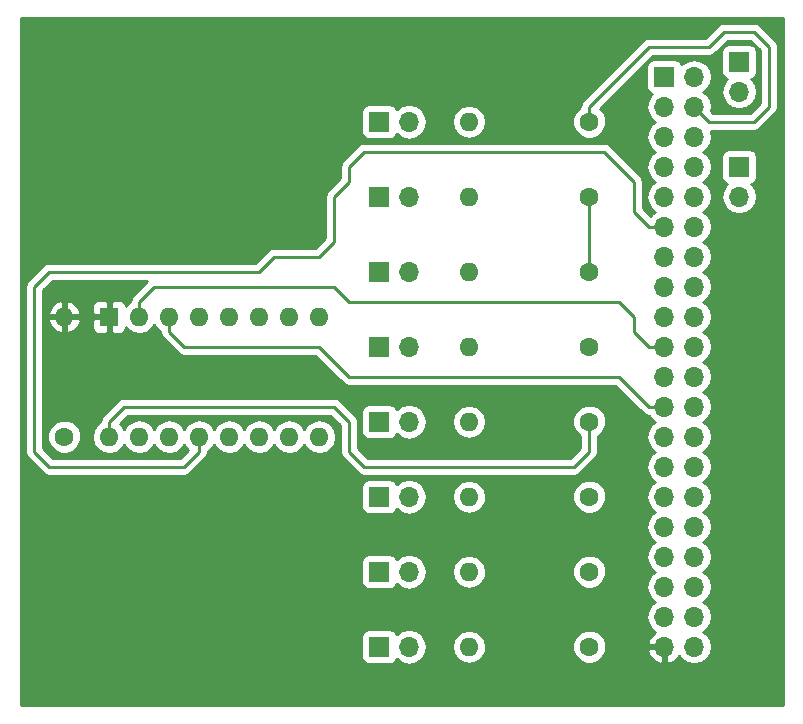
<source format=gbr>
G04 #@! TF.FileFunction,Copper,L2,Bot,Signal*
%FSLAX46Y46*%
G04 Gerber Fmt 4.6, Leading zero omitted, Abs format (unit mm)*
G04 Created by KiCad (PCBNEW 4.0.6) date Tue Nov 21 00:50:36 2017*
%MOMM*%
%LPD*%
G01*
G04 APERTURE LIST*
%ADD10C,0.100000*%
%ADD11R,1.700000X1.700000*%
%ADD12O,1.700000X1.700000*%
%ADD13C,1.600000*%
%ADD14O,1.600000X1.600000*%
%ADD15R,1.600000X1.600000*%
%ADD16C,0.250000*%
%ADD17C,0.254000*%
G04 APERTURE END LIST*
D10*
D11*
X184150000Y-96520000D03*
D12*
X186690000Y-96520000D03*
X184150000Y-99060000D03*
X186690000Y-99060000D03*
X184150000Y-101600000D03*
X186690000Y-101600000D03*
X184150000Y-104140000D03*
X186690000Y-104140000D03*
X184150000Y-106680000D03*
X186690000Y-106680000D03*
X184150000Y-109220000D03*
X186690000Y-109220000D03*
X184150000Y-111760000D03*
X186690000Y-111760000D03*
X184150000Y-114300000D03*
X186690000Y-114300000D03*
X184150000Y-116840000D03*
X186690000Y-116840000D03*
X184150000Y-119380000D03*
X186690000Y-119380000D03*
X184150000Y-121920000D03*
X186690000Y-121920000D03*
X184150000Y-124460000D03*
X186690000Y-124460000D03*
X184150000Y-127000000D03*
X186690000Y-127000000D03*
X184150000Y-129540000D03*
X186690000Y-129540000D03*
X184150000Y-132080000D03*
X186690000Y-132080000D03*
X184150000Y-134620000D03*
X186690000Y-134620000D03*
X184150000Y-137160000D03*
X186690000Y-137160000D03*
X184150000Y-139700000D03*
X186690000Y-139700000D03*
X184150000Y-142240000D03*
X186690000Y-142240000D03*
X184150000Y-144780000D03*
X186690000Y-144780000D03*
D11*
X190500000Y-104140000D03*
D12*
X190500000Y-106680000D03*
D11*
X190500000Y-95250000D03*
D12*
X190500000Y-97790000D03*
D11*
X160020000Y-100330000D03*
D12*
X162560000Y-100330000D03*
D11*
X160020000Y-106680000D03*
D12*
X162560000Y-106680000D03*
D11*
X160020000Y-113030000D03*
D12*
X162560000Y-113030000D03*
D11*
X160020000Y-119380000D03*
D12*
X162560000Y-119380000D03*
D11*
X160020000Y-125730000D03*
D12*
X162560000Y-125730000D03*
D11*
X160020000Y-132080000D03*
D12*
X162560000Y-132080000D03*
D11*
X160020000Y-138430000D03*
D12*
X162560000Y-138430000D03*
D11*
X160020000Y-144780000D03*
D12*
X162560000Y-144780000D03*
D13*
X133350000Y-127000000D03*
D14*
X133350000Y-116840000D03*
D13*
X177800000Y-100330000D03*
D14*
X167640000Y-100330000D03*
D13*
X177800000Y-106680000D03*
D14*
X167640000Y-106680000D03*
D13*
X177800000Y-113030000D03*
D14*
X167640000Y-113030000D03*
D13*
X177800000Y-119380000D03*
D14*
X167640000Y-119380000D03*
D13*
X177800000Y-125730000D03*
D14*
X167640000Y-125730000D03*
D13*
X177800000Y-132080000D03*
D14*
X167640000Y-132080000D03*
D13*
X177800000Y-138430000D03*
D14*
X167640000Y-138430000D03*
D13*
X177800000Y-144780000D03*
D14*
X167640000Y-144780000D03*
D15*
X137160000Y-116840000D03*
D14*
X154940000Y-127000000D03*
X139700000Y-116840000D03*
X152400000Y-127000000D03*
X142240000Y-116840000D03*
X149860000Y-127000000D03*
X144780000Y-116840000D03*
X147320000Y-127000000D03*
X147320000Y-116840000D03*
X144780000Y-127000000D03*
X149860000Y-116840000D03*
X142240000Y-127000000D03*
X152400000Y-116840000D03*
X139700000Y-127000000D03*
X154940000Y-116840000D03*
X137160000Y-127000000D03*
D16*
X137160000Y-127000000D02*
X137160000Y-125730000D01*
X177800000Y-128270000D02*
X177800000Y-125730000D01*
X176530000Y-129540000D02*
X177800000Y-128270000D01*
X158750000Y-129540000D02*
X176530000Y-129540000D01*
X157480000Y-128270000D02*
X158750000Y-129540000D01*
X157480000Y-125730000D02*
X157480000Y-128270000D01*
X156210000Y-124460000D02*
X157480000Y-125730000D01*
X138430000Y-124460000D02*
X156210000Y-124460000D01*
X137160000Y-125730000D02*
X138430000Y-124460000D01*
X177800000Y-106680000D02*
X177800000Y-113030000D01*
X186690000Y-99060000D02*
X187960000Y-100330000D01*
X177800000Y-99060000D02*
X177800000Y-100330000D01*
X182880000Y-93980000D02*
X177800000Y-99060000D01*
X187960000Y-93980000D02*
X182880000Y-93980000D01*
X189230000Y-92710000D02*
X187960000Y-93980000D01*
X191770000Y-92710000D02*
X189230000Y-92710000D01*
X193040000Y-93980000D02*
X191770000Y-92710000D01*
X193040000Y-99060000D02*
X193040000Y-93980000D01*
X191770000Y-100330000D02*
X193040000Y-99060000D01*
X187960000Y-100330000D02*
X191770000Y-100330000D01*
X144780000Y-127000000D02*
X144780000Y-128270000D01*
X130810000Y-128270000D02*
X130810000Y-123190000D01*
X132080000Y-129540000D02*
X130810000Y-128270000D01*
X143510000Y-129540000D02*
X132080000Y-129540000D01*
X144780000Y-128270000D02*
X143510000Y-129540000D01*
X184150000Y-109220000D02*
X182880000Y-109220000D01*
X130810000Y-114300000D02*
X130810000Y-123190000D01*
X132080000Y-113030000D02*
X130810000Y-114300000D01*
X149860000Y-113030000D02*
X132080000Y-113030000D01*
X151130000Y-111760000D02*
X149860000Y-113030000D01*
X154940000Y-111760000D02*
X151130000Y-111760000D01*
X156210000Y-110490000D02*
X154940000Y-111760000D01*
X156210000Y-106680000D02*
X156210000Y-110490000D01*
X157480000Y-105410000D02*
X156210000Y-106680000D01*
X157480000Y-104140000D02*
X157480000Y-105410000D01*
X158750000Y-102870000D02*
X157480000Y-104140000D01*
X179070000Y-102870000D02*
X158750000Y-102870000D01*
X181610000Y-105410000D02*
X179070000Y-102870000D01*
X181610000Y-107950000D02*
X181610000Y-105410000D01*
X182880000Y-109220000D02*
X181610000Y-107950000D01*
X184150000Y-119380000D02*
X182880000Y-119380000D01*
X139700000Y-115570000D02*
X139700000Y-116840000D01*
X140970000Y-114300000D02*
X139700000Y-115570000D01*
X156210000Y-114300000D02*
X140970000Y-114300000D01*
X157480000Y-115570000D02*
X156210000Y-114300000D01*
X180340000Y-115570000D02*
X157480000Y-115570000D01*
X181610000Y-116840000D02*
X180340000Y-115570000D01*
X181610000Y-118110000D02*
X181610000Y-116840000D01*
X182880000Y-119380000D02*
X181610000Y-118110000D01*
X142240000Y-116840000D02*
X142240000Y-118110000D01*
X182880000Y-124460000D02*
X184150000Y-124460000D01*
X181610000Y-123190000D02*
X182880000Y-124460000D01*
X180340000Y-121920000D02*
X181610000Y-123190000D01*
X157480000Y-121920000D02*
X180340000Y-121920000D01*
X156210000Y-120650000D02*
X157480000Y-121920000D01*
X154940000Y-119380000D02*
X156210000Y-120650000D01*
X143510000Y-119380000D02*
X154940000Y-119380000D01*
X142240000Y-118110000D02*
X143510000Y-119380000D01*
D17*
G36*
X194183000Y-149733000D02*
X129667000Y-149733000D01*
X129667000Y-143930000D01*
X158522560Y-143930000D01*
X158522560Y-145630000D01*
X158566838Y-145865317D01*
X158705910Y-146081441D01*
X158918110Y-146226431D01*
X159170000Y-146277440D01*
X160870000Y-146277440D01*
X161105317Y-146233162D01*
X161321441Y-146094090D01*
X161466431Y-145881890D01*
X161480086Y-145814459D01*
X161509946Y-145859147D01*
X161991715Y-146181054D01*
X162560000Y-146294093D01*
X163128285Y-146181054D01*
X163610054Y-145859147D01*
X163931961Y-145377378D01*
X164045000Y-144809093D01*
X164045000Y-144780000D01*
X166176887Y-144780000D01*
X166286120Y-145329151D01*
X166597189Y-145794698D01*
X167062736Y-146105767D01*
X167611887Y-146215000D01*
X167668113Y-146215000D01*
X168217264Y-146105767D01*
X168682811Y-145794698D01*
X168993880Y-145329151D01*
X169046584Y-145064187D01*
X176364752Y-145064187D01*
X176582757Y-145591800D01*
X176986077Y-145995824D01*
X177513309Y-146214750D01*
X178084187Y-146215248D01*
X178611800Y-145997243D01*
X179015824Y-145593923D01*
X179205600Y-145136890D01*
X182708524Y-145136890D01*
X182878355Y-145546924D01*
X183268642Y-145975183D01*
X183793108Y-146221486D01*
X184023000Y-146100819D01*
X184023000Y-144907000D01*
X182829845Y-144907000D01*
X182708524Y-145136890D01*
X179205600Y-145136890D01*
X179234750Y-145066691D01*
X179235248Y-144495813D01*
X179017243Y-143968200D01*
X178613923Y-143564176D01*
X178086691Y-143345250D01*
X177515813Y-143344752D01*
X176988200Y-143562757D01*
X176584176Y-143966077D01*
X176365250Y-144493309D01*
X176364752Y-145064187D01*
X169046584Y-145064187D01*
X169103113Y-144780000D01*
X168993880Y-144230849D01*
X168682811Y-143765302D01*
X168217264Y-143454233D01*
X167668113Y-143345000D01*
X167611887Y-143345000D01*
X167062736Y-143454233D01*
X166597189Y-143765302D01*
X166286120Y-144230849D01*
X166176887Y-144780000D01*
X164045000Y-144780000D01*
X164045000Y-144750907D01*
X163931961Y-144182622D01*
X163610054Y-143700853D01*
X163128285Y-143378946D01*
X162560000Y-143265907D01*
X161991715Y-143378946D01*
X161509946Y-143700853D01*
X161482150Y-143742452D01*
X161473162Y-143694683D01*
X161334090Y-143478559D01*
X161121890Y-143333569D01*
X160870000Y-143282560D01*
X159170000Y-143282560D01*
X158934683Y-143326838D01*
X158718559Y-143465910D01*
X158573569Y-143678110D01*
X158522560Y-143930000D01*
X129667000Y-143930000D01*
X129667000Y-137580000D01*
X158522560Y-137580000D01*
X158522560Y-139280000D01*
X158566838Y-139515317D01*
X158705910Y-139731441D01*
X158918110Y-139876431D01*
X159170000Y-139927440D01*
X160870000Y-139927440D01*
X161105317Y-139883162D01*
X161321441Y-139744090D01*
X161466431Y-139531890D01*
X161480086Y-139464459D01*
X161509946Y-139509147D01*
X161991715Y-139831054D01*
X162560000Y-139944093D01*
X163128285Y-139831054D01*
X163610054Y-139509147D01*
X163931961Y-139027378D01*
X164045000Y-138459093D01*
X164045000Y-138430000D01*
X166176887Y-138430000D01*
X166286120Y-138979151D01*
X166597189Y-139444698D01*
X167062736Y-139755767D01*
X167611887Y-139865000D01*
X167668113Y-139865000D01*
X168217264Y-139755767D01*
X168682811Y-139444698D01*
X168993880Y-138979151D01*
X169046584Y-138714187D01*
X176364752Y-138714187D01*
X176582757Y-139241800D01*
X176986077Y-139645824D01*
X177513309Y-139864750D01*
X178084187Y-139865248D01*
X178611800Y-139647243D01*
X179015824Y-139243923D01*
X179234750Y-138716691D01*
X179235248Y-138145813D01*
X179017243Y-137618200D01*
X178613923Y-137214176D01*
X178086691Y-136995250D01*
X177515813Y-136994752D01*
X176988200Y-137212757D01*
X176584176Y-137616077D01*
X176365250Y-138143309D01*
X176364752Y-138714187D01*
X169046584Y-138714187D01*
X169103113Y-138430000D01*
X168993880Y-137880849D01*
X168682811Y-137415302D01*
X168217264Y-137104233D01*
X167668113Y-136995000D01*
X167611887Y-136995000D01*
X167062736Y-137104233D01*
X166597189Y-137415302D01*
X166286120Y-137880849D01*
X166176887Y-138430000D01*
X164045000Y-138430000D01*
X164045000Y-138400907D01*
X163931961Y-137832622D01*
X163610054Y-137350853D01*
X163128285Y-137028946D01*
X162560000Y-136915907D01*
X161991715Y-137028946D01*
X161509946Y-137350853D01*
X161482150Y-137392452D01*
X161473162Y-137344683D01*
X161334090Y-137128559D01*
X161121890Y-136983569D01*
X160870000Y-136932560D01*
X159170000Y-136932560D01*
X158934683Y-136976838D01*
X158718559Y-137115910D01*
X158573569Y-137328110D01*
X158522560Y-137580000D01*
X129667000Y-137580000D01*
X129667000Y-131230000D01*
X158522560Y-131230000D01*
X158522560Y-132930000D01*
X158566838Y-133165317D01*
X158705910Y-133381441D01*
X158918110Y-133526431D01*
X159170000Y-133577440D01*
X160870000Y-133577440D01*
X161105317Y-133533162D01*
X161321441Y-133394090D01*
X161466431Y-133181890D01*
X161480086Y-133114459D01*
X161509946Y-133159147D01*
X161991715Y-133481054D01*
X162560000Y-133594093D01*
X163128285Y-133481054D01*
X163610054Y-133159147D01*
X163931961Y-132677378D01*
X164045000Y-132109093D01*
X164045000Y-132080000D01*
X166176887Y-132080000D01*
X166286120Y-132629151D01*
X166597189Y-133094698D01*
X167062736Y-133405767D01*
X167611887Y-133515000D01*
X167668113Y-133515000D01*
X168217264Y-133405767D01*
X168682811Y-133094698D01*
X168993880Y-132629151D01*
X169046584Y-132364187D01*
X176364752Y-132364187D01*
X176582757Y-132891800D01*
X176986077Y-133295824D01*
X177513309Y-133514750D01*
X178084187Y-133515248D01*
X178611800Y-133297243D01*
X179015824Y-132893923D01*
X179234750Y-132366691D01*
X179235248Y-131795813D01*
X179017243Y-131268200D01*
X178613923Y-130864176D01*
X178086691Y-130645250D01*
X177515813Y-130644752D01*
X176988200Y-130862757D01*
X176584176Y-131266077D01*
X176365250Y-131793309D01*
X176364752Y-132364187D01*
X169046584Y-132364187D01*
X169103113Y-132080000D01*
X168993880Y-131530849D01*
X168682811Y-131065302D01*
X168217264Y-130754233D01*
X167668113Y-130645000D01*
X167611887Y-130645000D01*
X167062736Y-130754233D01*
X166597189Y-131065302D01*
X166286120Y-131530849D01*
X166176887Y-132080000D01*
X164045000Y-132080000D01*
X164045000Y-132050907D01*
X163931961Y-131482622D01*
X163610054Y-131000853D01*
X163128285Y-130678946D01*
X162560000Y-130565907D01*
X161991715Y-130678946D01*
X161509946Y-131000853D01*
X161482150Y-131042452D01*
X161473162Y-130994683D01*
X161334090Y-130778559D01*
X161121890Y-130633569D01*
X160870000Y-130582560D01*
X159170000Y-130582560D01*
X158934683Y-130626838D01*
X158718559Y-130765910D01*
X158573569Y-130978110D01*
X158522560Y-131230000D01*
X129667000Y-131230000D01*
X129667000Y-114300000D01*
X130050000Y-114300000D01*
X130050000Y-128270000D01*
X130107852Y-128560839D01*
X130272599Y-128807401D01*
X131542599Y-130077401D01*
X131789160Y-130242148D01*
X132080000Y-130300000D01*
X143510000Y-130300000D01*
X143800839Y-130242148D01*
X144047401Y-130077401D01*
X145317401Y-128807401D01*
X145482148Y-128560840D01*
X145540000Y-128270000D01*
X145540000Y-128212995D01*
X145794698Y-128042811D01*
X146050000Y-127660725D01*
X146305302Y-128042811D01*
X146770849Y-128353880D01*
X147320000Y-128463113D01*
X147869151Y-128353880D01*
X148334698Y-128042811D01*
X148590000Y-127660725D01*
X148845302Y-128042811D01*
X149310849Y-128353880D01*
X149860000Y-128463113D01*
X150409151Y-128353880D01*
X150874698Y-128042811D01*
X151130000Y-127660725D01*
X151385302Y-128042811D01*
X151850849Y-128353880D01*
X152400000Y-128463113D01*
X152949151Y-128353880D01*
X153414698Y-128042811D01*
X153670000Y-127660725D01*
X153925302Y-128042811D01*
X154390849Y-128353880D01*
X154940000Y-128463113D01*
X155489151Y-128353880D01*
X155954698Y-128042811D01*
X156265767Y-127577264D01*
X156375000Y-127028113D01*
X156375000Y-126971887D01*
X156265767Y-126422736D01*
X155954698Y-125957189D01*
X155489151Y-125646120D01*
X154940000Y-125536887D01*
X154390849Y-125646120D01*
X153925302Y-125957189D01*
X153670000Y-126339275D01*
X153414698Y-125957189D01*
X152949151Y-125646120D01*
X152400000Y-125536887D01*
X151850849Y-125646120D01*
X151385302Y-125957189D01*
X151130000Y-126339275D01*
X150874698Y-125957189D01*
X150409151Y-125646120D01*
X149860000Y-125536887D01*
X149310849Y-125646120D01*
X148845302Y-125957189D01*
X148590000Y-126339275D01*
X148334698Y-125957189D01*
X147869151Y-125646120D01*
X147320000Y-125536887D01*
X146770849Y-125646120D01*
X146305302Y-125957189D01*
X146050000Y-126339275D01*
X145794698Y-125957189D01*
X145329151Y-125646120D01*
X144780000Y-125536887D01*
X144230849Y-125646120D01*
X143765302Y-125957189D01*
X143510000Y-126339275D01*
X143254698Y-125957189D01*
X142789151Y-125646120D01*
X142240000Y-125536887D01*
X141690849Y-125646120D01*
X141225302Y-125957189D01*
X140970000Y-126339275D01*
X140714698Y-125957189D01*
X140249151Y-125646120D01*
X139700000Y-125536887D01*
X139150849Y-125646120D01*
X138685302Y-125957189D01*
X138430000Y-126339275D01*
X138174698Y-125957189D01*
X138074538Y-125890264D01*
X138744802Y-125220000D01*
X155895198Y-125220000D01*
X156720000Y-126044802D01*
X156720000Y-128270000D01*
X156777852Y-128560839D01*
X156942599Y-128807401D01*
X158212599Y-130077401D01*
X158459160Y-130242148D01*
X158750000Y-130300000D01*
X176530000Y-130300000D01*
X176820839Y-130242148D01*
X177067401Y-130077401D01*
X178337401Y-128807401D01*
X178502148Y-128560840D01*
X178560000Y-128270000D01*
X178560000Y-126968646D01*
X178611800Y-126947243D01*
X179015824Y-126543923D01*
X179234750Y-126016691D01*
X179235248Y-125445813D01*
X179017243Y-124918200D01*
X178613923Y-124514176D01*
X178086691Y-124295250D01*
X177515813Y-124294752D01*
X176988200Y-124512757D01*
X176584176Y-124916077D01*
X176365250Y-125443309D01*
X176364752Y-126014187D01*
X176582757Y-126541800D01*
X176986077Y-126945824D01*
X177040000Y-126968215D01*
X177040000Y-127955198D01*
X176215198Y-128780000D01*
X159064802Y-128780000D01*
X158240000Y-127955198D01*
X158240000Y-125730000D01*
X158201587Y-125536887D01*
X158182148Y-125439160D01*
X158017401Y-125192599D01*
X157704802Y-124880000D01*
X158522560Y-124880000D01*
X158522560Y-126580000D01*
X158566838Y-126815317D01*
X158705910Y-127031441D01*
X158918110Y-127176431D01*
X159170000Y-127227440D01*
X160870000Y-127227440D01*
X161105317Y-127183162D01*
X161321441Y-127044090D01*
X161466431Y-126831890D01*
X161480086Y-126764459D01*
X161509946Y-126809147D01*
X161991715Y-127131054D01*
X162560000Y-127244093D01*
X163128285Y-127131054D01*
X163610054Y-126809147D01*
X163931961Y-126327378D01*
X164045000Y-125759093D01*
X164045000Y-125730000D01*
X166176887Y-125730000D01*
X166286120Y-126279151D01*
X166597189Y-126744698D01*
X167062736Y-127055767D01*
X167611887Y-127165000D01*
X167668113Y-127165000D01*
X168217264Y-127055767D01*
X168682811Y-126744698D01*
X168993880Y-126279151D01*
X169103113Y-125730000D01*
X168993880Y-125180849D01*
X168682811Y-124715302D01*
X168217264Y-124404233D01*
X167668113Y-124295000D01*
X167611887Y-124295000D01*
X167062736Y-124404233D01*
X166597189Y-124715302D01*
X166286120Y-125180849D01*
X166176887Y-125730000D01*
X164045000Y-125730000D01*
X164045000Y-125700907D01*
X163931961Y-125132622D01*
X163610054Y-124650853D01*
X163128285Y-124328946D01*
X162560000Y-124215907D01*
X161991715Y-124328946D01*
X161509946Y-124650853D01*
X161482150Y-124692452D01*
X161473162Y-124644683D01*
X161334090Y-124428559D01*
X161121890Y-124283569D01*
X160870000Y-124232560D01*
X159170000Y-124232560D01*
X158934683Y-124276838D01*
X158718559Y-124415910D01*
X158573569Y-124628110D01*
X158522560Y-124880000D01*
X157704802Y-124880000D01*
X156747401Y-123922599D01*
X156500839Y-123757852D01*
X156210000Y-123700000D01*
X138430000Y-123700000D01*
X138139160Y-123757852D01*
X137892599Y-123922599D01*
X136622599Y-125192599D01*
X136457852Y-125439161D01*
X136400000Y-125730000D01*
X136400000Y-125787005D01*
X136145302Y-125957189D01*
X135834233Y-126422736D01*
X135725000Y-126971887D01*
X135725000Y-127028113D01*
X135834233Y-127577264D01*
X136145302Y-128042811D01*
X136610849Y-128353880D01*
X137160000Y-128463113D01*
X137709151Y-128353880D01*
X138174698Y-128042811D01*
X138430000Y-127660725D01*
X138685302Y-128042811D01*
X139150849Y-128353880D01*
X139700000Y-128463113D01*
X140249151Y-128353880D01*
X140714698Y-128042811D01*
X140970000Y-127660725D01*
X141225302Y-128042811D01*
X141690849Y-128353880D01*
X142240000Y-128463113D01*
X142789151Y-128353880D01*
X143254698Y-128042811D01*
X143510000Y-127660725D01*
X143765302Y-128042811D01*
X143865462Y-128109736D01*
X143195198Y-128780000D01*
X132394802Y-128780000D01*
X131570000Y-127955198D01*
X131570000Y-127284187D01*
X131914752Y-127284187D01*
X132132757Y-127811800D01*
X132536077Y-128215824D01*
X133063309Y-128434750D01*
X133634187Y-128435248D01*
X134161800Y-128217243D01*
X134565824Y-127813923D01*
X134784750Y-127286691D01*
X134785248Y-126715813D01*
X134567243Y-126188200D01*
X134163923Y-125784176D01*
X133636691Y-125565250D01*
X133065813Y-125564752D01*
X132538200Y-125782757D01*
X132134176Y-126186077D01*
X131915250Y-126713309D01*
X131914752Y-127284187D01*
X131570000Y-127284187D01*
X131570000Y-117189041D01*
X131958086Y-117189041D01*
X132197611Y-117695134D01*
X132612577Y-118071041D01*
X133000961Y-118231904D01*
X133223000Y-118109915D01*
X133223000Y-116967000D01*
X133477000Y-116967000D01*
X133477000Y-118109915D01*
X133699039Y-118231904D01*
X134087423Y-118071041D01*
X134502389Y-117695134D01*
X134741914Y-117189041D01*
X134707343Y-117125750D01*
X135725000Y-117125750D01*
X135725000Y-117766309D01*
X135821673Y-117999698D01*
X136000301Y-118178327D01*
X136233690Y-118275000D01*
X136874250Y-118275000D01*
X137033000Y-118116250D01*
X137033000Y-116967000D01*
X135883750Y-116967000D01*
X135725000Y-117125750D01*
X134707343Y-117125750D01*
X134620629Y-116967000D01*
X133477000Y-116967000D01*
X133223000Y-116967000D01*
X132079371Y-116967000D01*
X131958086Y-117189041D01*
X131570000Y-117189041D01*
X131570000Y-116490959D01*
X131958086Y-116490959D01*
X132079371Y-116713000D01*
X133223000Y-116713000D01*
X133223000Y-115570085D01*
X133477000Y-115570085D01*
X133477000Y-116713000D01*
X134620629Y-116713000D01*
X134741914Y-116490959D01*
X134502389Y-115984866D01*
X134423819Y-115913691D01*
X135725000Y-115913691D01*
X135725000Y-116554250D01*
X135883750Y-116713000D01*
X137033000Y-116713000D01*
X137033000Y-115563750D01*
X136874250Y-115405000D01*
X136233690Y-115405000D01*
X136000301Y-115501673D01*
X135821673Y-115680302D01*
X135725000Y-115913691D01*
X134423819Y-115913691D01*
X134087423Y-115608959D01*
X133699039Y-115448096D01*
X133477000Y-115570085D01*
X133223000Y-115570085D01*
X133000961Y-115448096D01*
X132612577Y-115608959D01*
X132197611Y-115984866D01*
X131958086Y-116490959D01*
X131570000Y-116490959D01*
X131570000Y-114614802D01*
X132394802Y-113790000D01*
X140405198Y-113790000D01*
X139162599Y-115032599D01*
X138997852Y-115279161D01*
X138940000Y-115570000D01*
X138940000Y-115627005D01*
X138685302Y-115797189D01*
X138595000Y-115932335D01*
X138595000Y-115913691D01*
X138498327Y-115680302D01*
X138319699Y-115501673D01*
X138086310Y-115405000D01*
X137445750Y-115405000D01*
X137287000Y-115563750D01*
X137287000Y-116713000D01*
X137307000Y-116713000D01*
X137307000Y-116967000D01*
X137287000Y-116967000D01*
X137287000Y-118116250D01*
X137445750Y-118275000D01*
X138086310Y-118275000D01*
X138319699Y-118178327D01*
X138498327Y-117999698D01*
X138595000Y-117766309D01*
X138595000Y-117747665D01*
X138685302Y-117882811D01*
X139150849Y-118193880D01*
X139700000Y-118303113D01*
X140249151Y-118193880D01*
X140714698Y-117882811D01*
X140970000Y-117500725D01*
X141225302Y-117882811D01*
X141480000Y-118052995D01*
X141480000Y-118110000D01*
X141537852Y-118400839D01*
X141702599Y-118647401D01*
X142972599Y-119917401D01*
X143219160Y-120082148D01*
X143510000Y-120140000D01*
X154625198Y-120140000D01*
X156942599Y-122457401D01*
X157189160Y-122622148D01*
X157480000Y-122680000D01*
X180025198Y-122680000D01*
X182342599Y-124997401D01*
X182589160Y-125162148D01*
X182876593Y-125219322D01*
X183070853Y-125510054D01*
X183400026Y-125730000D01*
X183070853Y-125949946D01*
X182748946Y-126431715D01*
X182635907Y-127000000D01*
X182748946Y-127568285D01*
X183070853Y-128050054D01*
X183400026Y-128270000D01*
X183070853Y-128489946D01*
X182748946Y-128971715D01*
X182635907Y-129540000D01*
X182748946Y-130108285D01*
X183070853Y-130590054D01*
X183400026Y-130810000D01*
X183070853Y-131029946D01*
X182748946Y-131511715D01*
X182635907Y-132080000D01*
X182748946Y-132648285D01*
X183070853Y-133130054D01*
X183400026Y-133350000D01*
X183070853Y-133569946D01*
X182748946Y-134051715D01*
X182635907Y-134620000D01*
X182748946Y-135188285D01*
X183070853Y-135670054D01*
X183400026Y-135890000D01*
X183070853Y-136109946D01*
X182748946Y-136591715D01*
X182635907Y-137160000D01*
X182748946Y-137728285D01*
X183070853Y-138210054D01*
X183400026Y-138430000D01*
X183070853Y-138649946D01*
X182748946Y-139131715D01*
X182635907Y-139700000D01*
X182748946Y-140268285D01*
X183070853Y-140750054D01*
X183400026Y-140970000D01*
X183070853Y-141189946D01*
X182748946Y-141671715D01*
X182635907Y-142240000D01*
X182748946Y-142808285D01*
X183070853Y-143290054D01*
X183411553Y-143517702D01*
X183268642Y-143584817D01*
X182878355Y-144013076D01*
X182708524Y-144423110D01*
X182829845Y-144653000D01*
X184023000Y-144653000D01*
X184023000Y-144633000D01*
X184277000Y-144633000D01*
X184277000Y-144653000D01*
X184297000Y-144653000D01*
X184297000Y-144907000D01*
X184277000Y-144907000D01*
X184277000Y-146100819D01*
X184506892Y-146221486D01*
X185031358Y-145975183D01*
X185421645Y-145546924D01*
X185421655Y-145546899D01*
X185610853Y-145830054D01*
X186092622Y-146151961D01*
X186660907Y-146265000D01*
X186719093Y-146265000D01*
X187287378Y-146151961D01*
X187769147Y-145830054D01*
X188091054Y-145348285D01*
X188204093Y-144780000D01*
X188091054Y-144211715D01*
X187769147Y-143729946D01*
X187439974Y-143510000D01*
X187769147Y-143290054D01*
X188091054Y-142808285D01*
X188204093Y-142240000D01*
X188091054Y-141671715D01*
X187769147Y-141189946D01*
X187439974Y-140970000D01*
X187769147Y-140750054D01*
X188091054Y-140268285D01*
X188204093Y-139700000D01*
X188091054Y-139131715D01*
X187769147Y-138649946D01*
X187439974Y-138430000D01*
X187769147Y-138210054D01*
X188091054Y-137728285D01*
X188204093Y-137160000D01*
X188091054Y-136591715D01*
X187769147Y-136109946D01*
X187439974Y-135890000D01*
X187769147Y-135670054D01*
X188091054Y-135188285D01*
X188204093Y-134620000D01*
X188091054Y-134051715D01*
X187769147Y-133569946D01*
X187439974Y-133350000D01*
X187769147Y-133130054D01*
X188091054Y-132648285D01*
X188204093Y-132080000D01*
X188091054Y-131511715D01*
X187769147Y-131029946D01*
X187439974Y-130810000D01*
X187769147Y-130590054D01*
X188091054Y-130108285D01*
X188204093Y-129540000D01*
X188091054Y-128971715D01*
X187769147Y-128489946D01*
X187439974Y-128270000D01*
X187769147Y-128050054D01*
X188091054Y-127568285D01*
X188204093Y-127000000D01*
X188091054Y-126431715D01*
X187769147Y-125949946D01*
X187439974Y-125730000D01*
X187769147Y-125510054D01*
X188091054Y-125028285D01*
X188204093Y-124460000D01*
X188091054Y-123891715D01*
X187769147Y-123409946D01*
X187439974Y-123190000D01*
X187769147Y-122970054D01*
X188091054Y-122488285D01*
X188204093Y-121920000D01*
X188091054Y-121351715D01*
X187769147Y-120869946D01*
X187439974Y-120650000D01*
X187769147Y-120430054D01*
X188091054Y-119948285D01*
X188204093Y-119380000D01*
X188091054Y-118811715D01*
X187769147Y-118329946D01*
X187439974Y-118110000D01*
X187769147Y-117890054D01*
X188091054Y-117408285D01*
X188204093Y-116840000D01*
X188091054Y-116271715D01*
X187769147Y-115789946D01*
X187439974Y-115570000D01*
X187769147Y-115350054D01*
X188091054Y-114868285D01*
X188204093Y-114300000D01*
X188091054Y-113731715D01*
X187769147Y-113249946D01*
X187439974Y-113030000D01*
X187769147Y-112810054D01*
X188091054Y-112328285D01*
X188204093Y-111760000D01*
X188091054Y-111191715D01*
X187769147Y-110709946D01*
X187439974Y-110490000D01*
X187769147Y-110270054D01*
X188091054Y-109788285D01*
X188204093Y-109220000D01*
X188091054Y-108651715D01*
X187769147Y-108169946D01*
X187439974Y-107950000D01*
X187769147Y-107730054D01*
X188091054Y-107248285D01*
X188204093Y-106680000D01*
X188985907Y-106680000D01*
X189098946Y-107248285D01*
X189420853Y-107730054D01*
X189902622Y-108051961D01*
X190470907Y-108165000D01*
X190529093Y-108165000D01*
X191097378Y-108051961D01*
X191579147Y-107730054D01*
X191901054Y-107248285D01*
X192014093Y-106680000D01*
X191901054Y-106111715D01*
X191579147Y-105629946D01*
X191537548Y-105602150D01*
X191585317Y-105593162D01*
X191801441Y-105454090D01*
X191946431Y-105241890D01*
X191997440Y-104990000D01*
X191997440Y-103290000D01*
X191953162Y-103054683D01*
X191814090Y-102838559D01*
X191601890Y-102693569D01*
X191350000Y-102642560D01*
X189650000Y-102642560D01*
X189414683Y-102686838D01*
X189198559Y-102825910D01*
X189053569Y-103038110D01*
X189002560Y-103290000D01*
X189002560Y-104990000D01*
X189046838Y-105225317D01*
X189185910Y-105441441D01*
X189398110Y-105586431D01*
X189465541Y-105600086D01*
X189420853Y-105629946D01*
X189098946Y-106111715D01*
X188985907Y-106680000D01*
X188204093Y-106680000D01*
X188091054Y-106111715D01*
X187769147Y-105629946D01*
X187439974Y-105410000D01*
X187769147Y-105190054D01*
X188091054Y-104708285D01*
X188204093Y-104140000D01*
X188091054Y-103571715D01*
X187769147Y-103089946D01*
X187439974Y-102870000D01*
X187769147Y-102650054D01*
X188091054Y-102168285D01*
X188204093Y-101600000D01*
X188102648Y-101090000D01*
X191770000Y-101090000D01*
X192060839Y-101032148D01*
X192307401Y-100867401D01*
X193577401Y-99597401D01*
X193742148Y-99350840D01*
X193800000Y-99060000D01*
X193800000Y-93980000D01*
X193764905Y-93803569D01*
X193742148Y-93689160D01*
X193577401Y-93442599D01*
X192307401Y-92172599D01*
X192060839Y-92007852D01*
X191770000Y-91950000D01*
X189230000Y-91950000D01*
X188939160Y-92007852D01*
X188692599Y-92172599D01*
X187645198Y-93220000D01*
X182880000Y-93220000D01*
X182589161Y-93277852D01*
X182342599Y-93442599D01*
X177262599Y-98522599D01*
X177097852Y-98769161D01*
X177040000Y-99060000D01*
X177040000Y-99091354D01*
X176988200Y-99112757D01*
X176584176Y-99516077D01*
X176365250Y-100043309D01*
X176364752Y-100614187D01*
X176582757Y-101141800D01*
X176986077Y-101545824D01*
X177513309Y-101764750D01*
X178084187Y-101765248D01*
X178611800Y-101547243D01*
X179015824Y-101143923D01*
X179234750Y-100616691D01*
X179235248Y-100045813D01*
X179017243Y-99518200D01*
X178717184Y-99217618D01*
X183194802Y-94740000D01*
X187960000Y-94740000D01*
X188250839Y-94682148D01*
X188497401Y-94517401D01*
X189544802Y-93470000D01*
X191455198Y-93470000D01*
X192280000Y-94294802D01*
X192280000Y-98745198D01*
X191455198Y-99570000D01*
X188274802Y-99570000D01*
X188131210Y-99426408D01*
X188204093Y-99060000D01*
X188091054Y-98491715D01*
X187769147Y-98009946D01*
X187439974Y-97790000D01*
X188985907Y-97790000D01*
X189098946Y-98358285D01*
X189420853Y-98840054D01*
X189902622Y-99161961D01*
X190470907Y-99275000D01*
X190529093Y-99275000D01*
X191097378Y-99161961D01*
X191579147Y-98840054D01*
X191901054Y-98358285D01*
X192014093Y-97790000D01*
X191901054Y-97221715D01*
X191579147Y-96739946D01*
X191537548Y-96712150D01*
X191585317Y-96703162D01*
X191801441Y-96564090D01*
X191946431Y-96351890D01*
X191997440Y-96100000D01*
X191997440Y-94400000D01*
X191953162Y-94164683D01*
X191814090Y-93948559D01*
X191601890Y-93803569D01*
X191350000Y-93752560D01*
X189650000Y-93752560D01*
X189414683Y-93796838D01*
X189198559Y-93935910D01*
X189053569Y-94148110D01*
X189002560Y-94400000D01*
X189002560Y-96100000D01*
X189046838Y-96335317D01*
X189185910Y-96551441D01*
X189398110Y-96696431D01*
X189465541Y-96710086D01*
X189420853Y-96739946D01*
X189098946Y-97221715D01*
X188985907Y-97790000D01*
X187439974Y-97790000D01*
X187769147Y-97570054D01*
X188091054Y-97088285D01*
X188204093Y-96520000D01*
X188091054Y-95951715D01*
X187769147Y-95469946D01*
X187287378Y-95148039D01*
X186719093Y-95035000D01*
X186660907Y-95035000D01*
X186092622Y-95148039D01*
X185610853Y-95469946D01*
X185610029Y-95471179D01*
X185603162Y-95434683D01*
X185464090Y-95218559D01*
X185251890Y-95073569D01*
X185000000Y-95022560D01*
X183300000Y-95022560D01*
X183064683Y-95066838D01*
X182848559Y-95205910D01*
X182703569Y-95418110D01*
X182652560Y-95670000D01*
X182652560Y-97370000D01*
X182696838Y-97605317D01*
X182835910Y-97821441D01*
X183048110Y-97966431D01*
X183115541Y-97980086D01*
X183070853Y-98009946D01*
X182748946Y-98491715D01*
X182635907Y-99060000D01*
X182748946Y-99628285D01*
X183070853Y-100110054D01*
X183400026Y-100330000D01*
X183070853Y-100549946D01*
X182748946Y-101031715D01*
X182635907Y-101600000D01*
X182748946Y-102168285D01*
X183070853Y-102650054D01*
X183400026Y-102870000D01*
X183070853Y-103089946D01*
X182748946Y-103571715D01*
X182635907Y-104140000D01*
X182748946Y-104708285D01*
X183070853Y-105190054D01*
X183400026Y-105410000D01*
X183070853Y-105629946D01*
X182748946Y-106111715D01*
X182635907Y-106680000D01*
X182748946Y-107248285D01*
X183070853Y-107730054D01*
X183400026Y-107950000D01*
X183070853Y-108169946D01*
X183004321Y-108269519D01*
X182370000Y-107635198D01*
X182370000Y-105410000D01*
X182312148Y-105119161D01*
X182312148Y-105119160D01*
X182147401Y-104872599D01*
X179607401Y-102332599D01*
X179360839Y-102167852D01*
X179070000Y-102110000D01*
X158750000Y-102110000D01*
X158459160Y-102167852D01*
X158212599Y-102332599D01*
X156942599Y-103602599D01*
X156777852Y-103849161D01*
X156720000Y-104140000D01*
X156720000Y-105095198D01*
X155672599Y-106142599D01*
X155507852Y-106389161D01*
X155450000Y-106680000D01*
X155450000Y-110175198D01*
X154625198Y-111000000D01*
X151130000Y-111000000D01*
X150839160Y-111057852D01*
X150592599Y-111222599D01*
X149545198Y-112270000D01*
X132080000Y-112270000D01*
X131789160Y-112327852D01*
X131542599Y-112492599D01*
X130272599Y-113762599D01*
X130107852Y-114009161D01*
X130050000Y-114300000D01*
X129667000Y-114300000D01*
X129667000Y-99480000D01*
X158522560Y-99480000D01*
X158522560Y-101180000D01*
X158566838Y-101415317D01*
X158705910Y-101631441D01*
X158918110Y-101776431D01*
X159170000Y-101827440D01*
X160870000Y-101827440D01*
X161105317Y-101783162D01*
X161321441Y-101644090D01*
X161466431Y-101431890D01*
X161480086Y-101364459D01*
X161509946Y-101409147D01*
X161991715Y-101731054D01*
X162560000Y-101844093D01*
X163128285Y-101731054D01*
X163610054Y-101409147D01*
X163931961Y-100927378D01*
X164045000Y-100359093D01*
X164045000Y-100330000D01*
X166176887Y-100330000D01*
X166286120Y-100879151D01*
X166597189Y-101344698D01*
X167062736Y-101655767D01*
X167611887Y-101765000D01*
X167668113Y-101765000D01*
X168217264Y-101655767D01*
X168682811Y-101344698D01*
X168993880Y-100879151D01*
X169103113Y-100330000D01*
X168993880Y-99780849D01*
X168682811Y-99315302D01*
X168217264Y-99004233D01*
X167668113Y-98895000D01*
X167611887Y-98895000D01*
X167062736Y-99004233D01*
X166597189Y-99315302D01*
X166286120Y-99780849D01*
X166176887Y-100330000D01*
X164045000Y-100330000D01*
X164045000Y-100300907D01*
X163931961Y-99732622D01*
X163610054Y-99250853D01*
X163128285Y-98928946D01*
X162560000Y-98815907D01*
X161991715Y-98928946D01*
X161509946Y-99250853D01*
X161482150Y-99292452D01*
X161473162Y-99244683D01*
X161334090Y-99028559D01*
X161121890Y-98883569D01*
X160870000Y-98832560D01*
X159170000Y-98832560D01*
X158934683Y-98876838D01*
X158718559Y-99015910D01*
X158573569Y-99228110D01*
X158522560Y-99480000D01*
X129667000Y-99480000D01*
X129667000Y-91567000D01*
X194183000Y-91567000D01*
X194183000Y-149733000D01*
X194183000Y-149733000D01*
G37*
X194183000Y-149733000D02*
X129667000Y-149733000D01*
X129667000Y-143930000D01*
X158522560Y-143930000D01*
X158522560Y-145630000D01*
X158566838Y-145865317D01*
X158705910Y-146081441D01*
X158918110Y-146226431D01*
X159170000Y-146277440D01*
X160870000Y-146277440D01*
X161105317Y-146233162D01*
X161321441Y-146094090D01*
X161466431Y-145881890D01*
X161480086Y-145814459D01*
X161509946Y-145859147D01*
X161991715Y-146181054D01*
X162560000Y-146294093D01*
X163128285Y-146181054D01*
X163610054Y-145859147D01*
X163931961Y-145377378D01*
X164045000Y-144809093D01*
X164045000Y-144780000D01*
X166176887Y-144780000D01*
X166286120Y-145329151D01*
X166597189Y-145794698D01*
X167062736Y-146105767D01*
X167611887Y-146215000D01*
X167668113Y-146215000D01*
X168217264Y-146105767D01*
X168682811Y-145794698D01*
X168993880Y-145329151D01*
X169046584Y-145064187D01*
X176364752Y-145064187D01*
X176582757Y-145591800D01*
X176986077Y-145995824D01*
X177513309Y-146214750D01*
X178084187Y-146215248D01*
X178611800Y-145997243D01*
X179015824Y-145593923D01*
X179205600Y-145136890D01*
X182708524Y-145136890D01*
X182878355Y-145546924D01*
X183268642Y-145975183D01*
X183793108Y-146221486D01*
X184023000Y-146100819D01*
X184023000Y-144907000D01*
X182829845Y-144907000D01*
X182708524Y-145136890D01*
X179205600Y-145136890D01*
X179234750Y-145066691D01*
X179235248Y-144495813D01*
X179017243Y-143968200D01*
X178613923Y-143564176D01*
X178086691Y-143345250D01*
X177515813Y-143344752D01*
X176988200Y-143562757D01*
X176584176Y-143966077D01*
X176365250Y-144493309D01*
X176364752Y-145064187D01*
X169046584Y-145064187D01*
X169103113Y-144780000D01*
X168993880Y-144230849D01*
X168682811Y-143765302D01*
X168217264Y-143454233D01*
X167668113Y-143345000D01*
X167611887Y-143345000D01*
X167062736Y-143454233D01*
X166597189Y-143765302D01*
X166286120Y-144230849D01*
X166176887Y-144780000D01*
X164045000Y-144780000D01*
X164045000Y-144750907D01*
X163931961Y-144182622D01*
X163610054Y-143700853D01*
X163128285Y-143378946D01*
X162560000Y-143265907D01*
X161991715Y-143378946D01*
X161509946Y-143700853D01*
X161482150Y-143742452D01*
X161473162Y-143694683D01*
X161334090Y-143478559D01*
X161121890Y-143333569D01*
X160870000Y-143282560D01*
X159170000Y-143282560D01*
X158934683Y-143326838D01*
X158718559Y-143465910D01*
X158573569Y-143678110D01*
X158522560Y-143930000D01*
X129667000Y-143930000D01*
X129667000Y-137580000D01*
X158522560Y-137580000D01*
X158522560Y-139280000D01*
X158566838Y-139515317D01*
X158705910Y-139731441D01*
X158918110Y-139876431D01*
X159170000Y-139927440D01*
X160870000Y-139927440D01*
X161105317Y-139883162D01*
X161321441Y-139744090D01*
X161466431Y-139531890D01*
X161480086Y-139464459D01*
X161509946Y-139509147D01*
X161991715Y-139831054D01*
X162560000Y-139944093D01*
X163128285Y-139831054D01*
X163610054Y-139509147D01*
X163931961Y-139027378D01*
X164045000Y-138459093D01*
X164045000Y-138430000D01*
X166176887Y-138430000D01*
X166286120Y-138979151D01*
X166597189Y-139444698D01*
X167062736Y-139755767D01*
X167611887Y-139865000D01*
X167668113Y-139865000D01*
X168217264Y-139755767D01*
X168682811Y-139444698D01*
X168993880Y-138979151D01*
X169046584Y-138714187D01*
X176364752Y-138714187D01*
X176582757Y-139241800D01*
X176986077Y-139645824D01*
X177513309Y-139864750D01*
X178084187Y-139865248D01*
X178611800Y-139647243D01*
X179015824Y-139243923D01*
X179234750Y-138716691D01*
X179235248Y-138145813D01*
X179017243Y-137618200D01*
X178613923Y-137214176D01*
X178086691Y-136995250D01*
X177515813Y-136994752D01*
X176988200Y-137212757D01*
X176584176Y-137616077D01*
X176365250Y-138143309D01*
X176364752Y-138714187D01*
X169046584Y-138714187D01*
X169103113Y-138430000D01*
X168993880Y-137880849D01*
X168682811Y-137415302D01*
X168217264Y-137104233D01*
X167668113Y-136995000D01*
X167611887Y-136995000D01*
X167062736Y-137104233D01*
X166597189Y-137415302D01*
X166286120Y-137880849D01*
X166176887Y-138430000D01*
X164045000Y-138430000D01*
X164045000Y-138400907D01*
X163931961Y-137832622D01*
X163610054Y-137350853D01*
X163128285Y-137028946D01*
X162560000Y-136915907D01*
X161991715Y-137028946D01*
X161509946Y-137350853D01*
X161482150Y-137392452D01*
X161473162Y-137344683D01*
X161334090Y-137128559D01*
X161121890Y-136983569D01*
X160870000Y-136932560D01*
X159170000Y-136932560D01*
X158934683Y-136976838D01*
X158718559Y-137115910D01*
X158573569Y-137328110D01*
X158522560Y-137580000D01*
X129667000Y-137580000D01*
X129667000Y-131230000D01*
X158522560Y-131230000D01*
X158522560Y-132930000D01*
X158566838Y-133165317D01*
X158705910Y-133381441D01*
X158918110Y-133526431D01*
X159170000Y-133577440D01*
X160870000Y-133577440D01*
X161105317Y-133533162D01*
X161321441Y-133394090D01*
X161466431Y-133181890D01*
X161480086Y-133114459D01*
X161509946Y-133159147D01*
X161991715Y-133481054D01*
X162560000Y-133594093D01*
X163128285Y-133481054D01*
X163610054Y-133159147D01*
X163931961Y-132677378D01*
X164045000Y-132109093D01*
X164045000Y-132080000D01*
X166176887Y-132080000D01*
X166286120Y-132629151D01*
X166597189Y-133094698D01*
X167062736Y-133405767D01*
X167611887Y-133515000D01*
X167668113Y-133515000D01*
X168217264Y-133405767D01*
X168682811Y-133094698D01*
X168993880Y-132629151D01*
X169046584Y-132364187D01*
X176364752Y-132364187D01*
X176582757Y-132891800D01*
X176986077Y-133295824D01*
X177513309Y-133514750D01*
X178084187Y-133515248D01*
X178611800Y-133297243D01*
X179015824Y-132893923D01*
X179234750Y-132366691D01*
X179235248Y-131795813D01*
X179017243Y-131268200D01*
X178613923Y-130864176D01*
X178086691Y-130645250D01*
X177515813Y-130644752D01*
X176988200Y-130862757D01*
X176584176Y-131266077D01*
X176365250Y-131793309D01*
X176364752Y-132364187D01*
X169046584Y-132364187D01*
X169103113Y-132080000D01*
X168993880Y-131530849D01*
X168682811Y-131065302D01*
X168217264Y-130754233D01*
X167668113Y-130645000D01*
X167611887Y-130645000D01*
X167062736Y-130754233D01*
X166597189Y-131065302D01*
X166286120Y-131530849D01*
X166176887Y-132080000D01*
X164045000Y-132080000D01*
X164045000Y-132050907D01*
X163931961Y-131482622D01*
X163610054Y-131000853D01*
X163128285Y-130678946D01*
X162560000Y-130565907D01*
X161991715Y-130678946D01*
X161509946Y-131000853D01*
X161482150Y-131042452D01*
X161473162Y-130994683D01*
X161334090Y-130778559D01*
X161121890Y-130633569D01*
X160870000Y-130582560D01*
X159170000Y-130582560D01*
X158934683Y-130626838D01*
X158718559Y-130765910D01*
X158573569Y-130978110D01*
X158522560Y-131230000D01*
X129667000Y-131230000D01*
X129667000Y-114300000D01*
X130050000Y-114300000D01*
X130050000Y-128270000D01*
X130107852Y-128560839D01*
X130272599Y-128807401D01*
X131542599Y-130077401D01*
X131789160Y-130242148D01*
X132080000Y-130300000D01*
X143510000Y-130300000D01*
X143800839Y-130242148D01*
X144047401Y-130077401D01*
X145317401Y-128807401D01*
X145482148Y-128560840D01*
X145540000Y-128270000D01*
X145540000Y-128212995D01*
X145794698Y-128042811D01*
X146050000Y-127660725D01*
X146305302Y-128042811D01*
X146770849Y-128353880D01*
X147320000Y-128463113D01*
X147869151Y-128353880D01*
X148334698Y-128042811D01*
X148590000Y-127660725D01*
X148845302Y-128042811D01*
X149310849Y-128353880D01*
X149860000Y-128463113D01*
X150409151Y-128353880D01*
X150874698Y-128042811D01*
X151130000Y-127660725D01*
X151385302Y-128042811D01*
X151850849Y-128353880D01*
X152400000Y-128463113D01*
X152949151Y-128353880D01*
X153414698Y-128042811D01*
X153670000Y-127660725D01*
X153925302Y-128042811D01*
X154390849Y-128353880D01*
X154940000Y-128463113D01*
X155489151Y-128353880D01*
X155954698Y-128042811D01*
X156265767Y-127577264D01*
X156375000Y-127028113D01*
X156375000Y-126971887D01*
X156265767Y-126422736D01*
X155954698Y-125957189D01*
X155489151Y-125646120D01*
X154940000Y-125536887D01*
X154390849Y-125646120D01*
X153925302Y-125957189D01*
X153670000Y-126339275D01*
X153414698Y-125957189D01*
X152949151Y-125646120D01*
X152400000Y-125536887D01*
X151850849Y-125646120D01*
X151385302Y-125957189D01*
X151130000Y-126339275D01*
X150874698Y-125957189D01*
X150409151Y-125646120D01*
X149860000Y-125536887D01*
X149310849Y-125646120D01*
X148845302Y-125957189D01*
X148590000Y-126339275D01*
X148334698Y-125957189D01*
X147869151Y-125646120D01*
X147320000Y-125536887D01*
X146770849Y-125646120D01*
X146305302Y-125957189D01*
X146050000Y-126339275D01*
X145794698Y-125957189D01*
X145329151Y-125646120D01*
X144780000Y-125536887D01*
X144230849Y-125646120D01*
X143765302Y-125957189D01*
X143510000Y-126339275D01*
X143254698Y-125957189D01*
X142789151Y-125646120D01*
X142240000Y-125536887D01*
X141690849Y-125646120D01*
X141225302Y-125957189D01*
X140970000Y-126339275D01*
X140714698Y-125957189D01*
X140249151Y-125646120D01*
X139700000Y-125536887D01*
X139150849Y-125646120D01*
X138685302Y-125957189D01*
X138430000Y-126339275D01*
X138174698Y-125957189D01*
X138074538Y-125890264D01*
X138744802Y-125220000D01*
X155895198Y-125220000D01*
X156720000Y-126044802D01*
X156720000Y-128270000D01*
X156777852Y-128560839D01*
X156942599Y-128807401D01*
X158212599Y-130077401D01*
X158459160Y-130242148D01*
X158750000Y-130300000D01*
X176530000Y-130300000D01*
X176820839Y-130242148D01*
X177067401Y-130077401D01*
X178337401Y-128807401D01*
X178502148Y-128560840D01*
X178560000Y-128270000D01*
X178560000Y-126968646D01*
X178611800Y-126947243D01*
X179015824Y-126543923D01*
X179234750Y-126016691D01*
X179235248Y-125445813D01*
X179017243Y-124918200D01*
X178613923Y-124514176D01*
X178086691Y-124295250D01*
X177515813Y-124294752D01*
X176988200Y-124512757D01*
X176584176Y-124916077D01*
X176365250Y-125443309D01*
X176364752Y-126014187D01*
X176582757Y-126541800D01*
X176986077Y-126945824D01*
X177040000Y-126968215D01*
X177040000Y-127955198D01*
X176215198Y-128780000D01*
X159064802Y-128780000D01*
X158240000Y-127955198D01*
X158240000Y-125730000D01*
X158201587Y-125536887D01*
X158182148Y-125439160D01*
X158017401Y-125192599D01*
X157704802Y-124880000D01*
X158522560Y-124880000D01*
X158522560Y-126580000D01*
X158566838Y-126815317D01*
X158705910Y-127031441D01*
X158918110Y-127176431D01*
X159170000Y-127227440D01*
X160870000Y-127227440D01*
X161105317Y-127183162D01*
X161321441Y-127044090D01*
X161466431Y-126831890D01*
X161480086Y-126764459D01*
X161509946Y-126809147D01*
X161991715Y-127131054D01*
X162560000Y-127244093D01*
X163128285Y-127131054D01*
X163610054Y-126809147D01*
X163931961Y-126327378D01*
X164045000Y-125759093D01*
X164045000Y-125730000D01*
X166176887Y-125730000D01*
X166286120Y-126279151D01*
X166597189Y-126744698D01*
X167062736Y-127055767D01*
X167611887Y-127165000D01*
X167668113Y-127165000D01*
X168217264Y-127055767D01*
X168682811Y-126744698D01*
X168993880Y-126279151D01*
X169103113Y-125730000D01*
X168993880Y-125180849D01*
X168682811Y-124715302D01*
X168217264Y-124404233D01*
X167668113Y-124295000D01*
X167611887Y-124295000D01*
X167062736Y-124404233D01*
X166597189Y-124715302D01*
X166286120Y-125180849D01*
X166176887Y-125730000D01*
X164045000Y-125730000D01*
X164045000Y-125700907D01*
X163931961Y-125132622D01*
X163610054Y-124650853D01*
X163128285Y-124328946D01*
X162560000Y-124215907D01*
X161991715Y-124328946D01*
X161509946Y-124650853D01*
X161482150Y-124692452D01*
X161473162Y-124644683D01*
X161334090Y-124428559D01*
X161121890Y-124283569D01*
X160870000Y-124232560D01*
X159170000Y-124232560D01*
X158934683Y-124276838D01*
X158718559Y-124415910D01*
X158573569Y-124628110D01*
X158522560Y-124880000D01*
X157704802Y-124880000D01*
X156747401Y-123922599D01*
X156500839Y-123757852D01*
X156210000Y-123700000D01*
X138430000Y-123700000D01*
X138139160Y-123757852D01*
X137892599Y-123922599D01*
X136622599Y-125192599D01*
X136457852Y-125439161D01*
X136400000Y-125730000D01*
X136400000Y-125787005D01*
X136145302Y-125957189D01*
X135834233Y-126422736D01*
X135725000Y-126971887D01*
X135725000Y-127028113D01*
X135834233Y-127577264D01*
X136145302Y-128042811D01*
X136610849Y-128353880D01*
X137160000Y-128463113D01*
X137709151Y-128353880D01*
X138174698Y-128042811D01*
X138430000Y-127660725D01*
X138685302Y-128042811D01*
X139150849Y-128353880D01*
X139700000Y-128463113D01*
X140249151Y-128353880D01*
X140714698Y-128042811D01*
X140970000Y-127660725D01*
X141225302Y-128042811D01*
X141690849Y-128353880D01*
X142240000Y-128463113D01*
X142789151Y-128353880D01*
X143254698Y-128042811D01*
X143510000Y-127660725D01*
X143765302Y-128042811D01*
X143865462Y-128109736D01*
X143195198Y-128780000D01*
X132394802Y-128780000D01*
X131570000Y-127955198D01*
X131570000Y-127284187D01*
X131914752Y-127284187D01*
X132132757Y-127811800D01*
X132536077Y-128215824D01*
X133063309Y-128434750D01*
X133634187Y-128435248D01*
X134161800Y-128217243D01*
X134565824Y-127813923D01*
X134784750Y-127286691D01*
X134785248Y-126715813D01*
X134567243Y-126188200D01*
X134163923Y-125784176D01*
X133636691Y-125565250D01*
X133065813Y-125564752D01*
X132538200Y-125782757D01*
X132134176Y-126186077D01*
X131915250Y-126713309D01*
X131914752Y-127284187D01*
X131570000Y-127284187D01*
X131570000Y-117189041D01*
X131958086Y-117189041D01*
X132197611Y-117695134D01*
X132612577Y-118071041D01*
X133000961Y-118231904D01*
X133223000Y-118109915D01*
X133223000Y-116967000D01*
X133477000Y-116967000D01*
X133477000Y-118109915D01*
X133699039Y-118231904D01*
X134087423Y-118071041D01*
X134502389Y-117695134D01*
X134741914Y-117189041D01*
X134707343Y-117125750D01*
X135725000Y-117125750D01*
X135725000Y-117766309D01*
X135821673Y-117999698D01*
X136000301Y-118178327D01*
X136233690Y-118275000D01*
X136874250Y-118275000D01*
X137033000Y-118116250D01*
X137033000Y-116967000D01*
X135883750Y-116967000D01*
X135725000Y-117125750D01*
X134707343Y-117125750D01*
X134620629Y-116967000D01*
X133477000Y-116967000D01*
X133223000Y-116967000D01*
X132079371Y-116967000D01*
X131958086Y-117189041D01*
X131570000Y-117189041D01*
X131570000Y-116490959D01*
X131958086Y-116490959D01*
X132079371Y-116713000D01*
X133223000Y-116713000D01*
X133223000Y-115570085D01*
X133477000Y-115570085D01*
X133477000Y-116713000D01*
X134620629Y-116713000D01*
X134741914Y-116490959D01*
X134502389Y-115984866D01*
X134423819Y-115913691D01*
X135725000Y-115913691D01*
X135725000Y-116554250D01*
X135883750Y-116713000D01*
X137033000Y-116713000D01*
X137033000Y-115563750D01*
X136874250Y-115405000D01*
X136233690Y-115405000D01*
X136000301Y-115501673D01*
X135821673Y-115680302D01*
X135725000Y-115913691D01*
X134423819Y-115913691D01*
X134087423Y-115608959D01*
X133699039Y-115448096D01*
X133477000Y-115570085D01*
X133223000Y-115570085D01*
X133000961Y-115448096D01*
X132612577Y-115608959D01*
X132197611Y-115984866D01*
X131958086Y-116490959D01*
X131570000Y-116490959D01*
X131570000Y-114614802D01*
X132394802Y-113790000D01*
X140405198Y-113790000D01*
X139162599Y-115032599D01*
X138997852Y-115279161D01*
X138940000Y-115570000D01*
X138940000Y-115627005D01*
X138685302Y-115797189D01*
X138595000Y-115932335D01*
X138595000Y-115913691D01*
X138498327Y-115680302D01*
X138319699Y-115501673D01*
X138086310Y-115405000D01*
X137445750Y-115405000D01*
X137287000Y-115563750D01*
X137287000Y-116713000D01*
X137307000Y-116713000D01*
X137307000Y-116967000D01*
X137287000Y-116967000D01*
X137287000Y-118116250D01*
X137445750Y-118275000D01*
X138086310Y-118275000D01*
X138319699Y-118178327D01*
X138498327Y-117999698D01*
X138595000Y-117766309D01*
X138595000Y-117747665D01*
X138685302Y-117882811D01*
X139150849Y-118193880D01*
X139700000Y-118303113D01*
X140249151Y-118193880D01*
X140714698Y-117882811D01*
X140970000Y-117500725D01*
X141225302Y-117882811D01*
X141480000Y-118052995D01*
X141480000Y-118110000D01*
X141537852Y-118400839D01*
X141702599Y-118647401D01*
X142972599Y-119917401D01*
X143219160Y-120082148D01*
X143510000Y-120140000D01*
X154625198Y-120140000D01*
X156942599Y-122457401D01*
X157189160Y-122622148D01*
X157480000Y-122680000D01*
X180025198Y-122680000D01*
X182342599Y-124997401D01*
X182589160Y-125162148D01*
X182876593Y-125219322D01*
X183070853Y-125510054D01*
X183400026Y-125730000D01*
X183070853Y-125949946D01*
X182748946Y-126431715D01*
X182635907Y-127000000D01*
X182748946Y-127568285D01*
X183070853Y-128050054D01*
X183400026Y-128270000D01*
X183070853Y-128489946D01*
X182748946Y-128971715D01*
X182635907Y-129540000D01*
X182748946Y-130108285D01*
X183070853Y-130590054D01*
X183400026Y-130810000D01*
X183070853Y-131029946D01*
X182748946Y-131511715D01*
X182635907Y-132080000D01*
X182748946Y-132648285D01*
X183070853Y-133130054D01*
X183400026Y-133350000D01*
X183070853Y-133569946D01*
X182748946Y-134051715D01*
X182635907Y-134620000D01*
X182748946Y-135188285D01*
X183070853Y-135670054D01*
X183400026Y-135890000D01*
X183070853Y-136109946D01*
X182748946Y-136591715D01*
X182635907Y-137160000D01*
X182748946Y-137728285D01*
X183070853Y-138210054D01*
X183400026Y-138430000D01*
X183070853Y-138649946D01*
X182748946Y-139131715D01*
X182635907Y-139700000D01*
X182748946Y-140268285D01*
X183070853Y-140750054D01*
X183400026Y-140970000D01*
X183070853Y-141189946D01*
X182748946Y-141671715D01*
X182635907Y-142240000D01*
X182748946Y-142808285D01*
X183070853Y-143290054D01*
X183411553Y-143517702D01*
X183268642Y-143584817D01*
X182878355Y-144013076D01*
X182708524Y-144423110D01*
X182829845Y-144653000D01*
X184023000Y-144653000D01*
X184023000Y-144633000D01*
X184277000Y-144633000D01*
X184277000Y-144653000D01*
X184297000Y-144653000D01*
X184297000Y-144907000D01*
X184277000Y-144907000D01*
X184277000Y-146100819D01*
X184506892Y-146221486D01*
X185031358Y-145975183D01*
X185421645Y-145546924D01*
X185421655Y-145546899D01*
X185610853Y-145830054D01*
X186092622Y-146151961D01*
X186660907Y-146265000D01*
X186719093Y-146265000D01*
X187287378Y-146151961D01*
X187769147Y-145830054D01*
X188091054Y-145348285D01*
X188204093Y-144780000D01*
X188091054Y-144211715D01*
X187769147Y-143729946D01*
X187439974Y-143510000D01*
X187769147Y-143290054D01*
X188091054Y-142808285D01*
X188204093Y-142240000D01*
X188091054Y-141671715D01*
X187769147Y-141189946D01*
X187439974Y-140970000D01*
X187769147Y-140750054D01*
X188091054Y-140268285D01*
X188204093Y-139700000D01*
X188091054Y-139131715D01*
X187769147Y-138649946D01*
X187439974Y-138430000D01*
X187769147Y-138210054D01*
X188091054Y-137728285D01*
X188204093Y-137160000D01*
X188091054Y-136591715D01*
X187769147Y-136109946D01*
X187439974Y-135890000D01*
X187769147Y-135670054D01*
X188091054Y-135188285D01*
X188204093Y-134620000D01*
X188091054Y-134051715D01*
X187769147Y-133569946D01*
X187439974Y-133350000D01*
X187769147Y-133130054D01*
X188091054Y-132648285D01*
X188204093Y-132080000D01*
X188091054Y-131511715D01*
X187769147Y-131029946D01*
X187439974Y-130810000D01*
X187769147Y-130590054D01*
X188091054Y-130108285D01*
X188204093Y-129540000D01*
X188091054Y-128971715D01*
X187769147Y-128489946D01*
X187439974Y-128270000D01*
X187769147Y-128050054D01*
X188091054Y-127568285D01*
X188204093Y-127000000D01*
X188091054Y-126431715D01*
X187769147Y-125949946D01*
X187439974Y-125730000D01*
X187769147Y-125510054D01*
X188091054Y-125028285D01*
X188204093Y-124460000D01*
X188091054Y-123891715D01*
X187769147Y-123409946D01*
X187439974Y-123190000D01*
X187769147Y-122970054D01*
X188091054Y-122488285D01*
X188204093Y-121920000D01*
X188091054Y-121351715D01*
X187769147Y-120869946D01*
X187439974Y-120650000D01*
X187769147Y-120430054D01*
X188091054Y-119948285D01*
X188204093Y-119380000D01*
X188091054Y-118811715D01*
X187769147Y-118329946D01*
X187439974Y-118110000D01*
X187769147Y-117890054D01*
X188091054Y-117408285D01*
X188204093Y-116840000D01*
X188091054Y-116271715D01*
X187769147Y-115789946D01*
X187439974Y-115570000D01*
X187769147Y-115350054D01*
X188091054Y-114868285D01*
X188204093Y-114300000D01*
X188091054Y-113731715D01*
X187769147Y-113249946D01*
X187439974Y-113030000D01*
X187769147Y-112810054D01*
X188091054Y-112328285D01*
X188204093Y-111760000D01*
X188091054Y-111191715D01*
X187769147Y-110709946D01*
X187439974Y-110490000D01*
X187769147Y-110270054D01*
X188091054Y-109788285D01*
X188204093Y-109220000D01*
X188091054Y-108651715D01*
X187769147Y-108169946D01*
X187439974Y-107950000D01*
X187769147Y-107730054D01*
X188091054Y-107248285D01*
X188204093Y-106680000D01*
X188985907Y-106680000D01*
X189098946Y-107248285D01*
X189420853Y-107730054D01*
X189902622Y-108051961D01*
X190470907Y-108165000D01*
X190529093Y-108165000D01*
X191097378Y-108051961D01*
X191579147Y-107730054D01*
X191901054Y-107248285D01*
X192014093Y-106680000D01*
X191901054Y-106111715D01*
X191579147Y-105629946D01*
X191537548Y-105602150D01*
X191585317Y-105593162D01*
X191801441Y-105454090D01*
X191946431Y-105241890D01*
X191997440Y-104990000D01*
X191997440Y-103290000D01*
X191953162Y-103054683D01*
X191814090Y-102838559D01*
X191601890Y-102693569D01*
X191350000Y-102642560D01*
X189650000Y-102642560D01*
X189414683Y-102686838D01*
X189198559Y-102825910D01*
X189053569Y-103038110D01*
X189002560Y-103290000D01*
X189002560Y-104990000D01*
X189046838Y-105225317D01*
X189185910Y-105441441D01*
X189398110Y-105586431D01*
X189465541Y-105600086D01*
X189420853Y-105629946D01*
X189098946Y-106111715D01*
X188985907Y-106680000D01*
X188204093Y-106680000D01*
X188091054Y-106111715D01*
X187769147Y-105629946D01*
X187439974Y-105410000D01*
X187769147Y-105190054D01*
X188091054Y-104708285D01*
X188204093Y-104140000D01*
X188091054Y-103571715D01*
X187769147Y-103089946D01*
X187439974Y-102870000D01*
X187769147Y-102650054D01*
X188091054Y-102168285D01*
X188204093Y-101600000D01*
X188102648Y-101090000D01*
X191770000Y-101090000D01*
X192060839Y-101032148D01*
X192307401Y-100867401D01*
X193577401Y-99597401D01*
X193742148Y-99350840D01*
X193800000Y-99060000D01*
X193800000Y-93980000D01*
X193764905Y-93803569D01*
X193742148Y-93689160D01*
X193577401Y-93442599D01*
X192307401Y-92172599D01*
X192060839Y-92007852D01*
X191770000Y-91950000D01*
X189230000Y-91950000D01*
X188939160Y-92007852D01*
X188692599Y-92172599D01*
X187645198Y-93220000D01*
X182880000Y-93220000D01*
X182589161Y-93277852D01*
X182342599Y-93442599D01*
X177262599Y-98522599D01*
X177097852Y-98769161D01*
X177040000Y-99060000D01*
X177040000Y-99091354D01*
X176988200Y-99112757D01*
X176584176Y-99516077D01*
X176365250Y-100043309D01*
X176364752Y-100614187D01*
X176582757Y-101141800D01*
X176986077Y-101545824D01*
X177513309Y-101764750D01*
X178084187Y-101765248D01*
X178611800Y-101547243D01*
X179015824Y-101143923D01*
X179234750Y-100616691D01*
X179235248Y-100045813D01*
X179017243Y-99518200D01*
X178717184Y-99217618D01*
X183194802Y-94740000D01*
X187960000Y-94740000D01*
X188250839Y-94682148D01*
X188497401Y-94517401D01*
X189544802Y-93470000D01*
X191455198Y-93470000D01*
X192280000Y-94294802D01*
X192280000Y-98745198D01*
X191455198Y-99570000D01*
X188274802Y-99570000D01*
X188131210Y-99426408D01*
X188204093Y-99060000D01*
X188091054Y-98491715D01*
X187769147Y-98009946D01*
X187439974Y-97790000D01*
X188985907Y-97790000D01*
X189098946Y-98358285D01*
X189420853Y-98840054D01*
X189902622Y-99161961D01*
X190470907Y-99275000D01*
X190529093Y-99275000D01*
X191097378Y-99161961D01*
X191579147Y-98840054D01*
X191901054Y-98358285D01*
X192014093Y-97790000D01*
X191901054Y-97221715D01*
X191579147Y-96739946D01*
X191537548Y-96712150D01*
X191585317Y-96703162D01*
X191801441Y-96564090D01*
X191946431Y-96351890D01*
X191997440Y-96100000D01*
X191997440Y-94400000D01*
X191953162Y-94164683D01*
X191814090Y-93948559D01*
X191601890Y-93803569D01*
X191350000Y-93752560D01*
X189650000Y-93752560D01*
X189414683Y-93796838D01*
X189198559Y-93935910D01*
X189053569Y-94148110D01*
X189002560Y-94400000D01*
X189002560Y-96100000D01*
X189046838Y-96335317D01*
X189185910Y-96551441D01*
X189398110Y-96696431D01*
X189465541Y-96710086D01*
X189420853Y-96739946D01*
X189098946Y-97221715D01*
X188985907Y-97790000D01*
X187439974Y-97790000D01*
X187769147Y-97570054D01*
X188091054Y-97088285D01*
X188204093Y-96520000D01*
X188091054Y-95951715D01*
X187769147Y-95469946D01*
X187287378Y-95148039D01*
X186719093Y-95035000D01*
X186660907Y-95035000D01*
X186092622Y-95148039D01*
X185610853Y-95469946D01*
X185610029Y-95471179D01*
X185603162Y-95434683D01*
X185464090Y-95218559D01*
X185251890Y-95073569D01*
X185000000Y-95022560D01*
X183300000Y-95022560D01*
X183064683Y-95066838D01*
X182848559Y-95205910D01*
X182703569Y-95418110D01*
X182652560Y-95670000D01*
X182652560Y-97370000D01*
X182696838Y-97605317D01*
X182835910Y-97821441D01*
X183048110Y-97966431D01*
X183115541Y-97980086D01*
X183070853Y-98009946D01*
X182748946Y-98491715D01*
X182635907Y-99060000D01*
X182748946Y-99628285D01*
X183070853Y-100110054D01*
X183400026Y-100330000D01*
X183070853Y-100549946D01*
X182748946Y-101031715D01*
X182635907Y-101600000D01*
X182748946Y-102168285D01*
X183070853Y-102650054D01*
X183400026Y-102870000D01*
X183070853Y-103089946D01*
X182748946Y-103571715D01*
X182635907Y-104140000D01*
X182748946Y-104708285D01*
X183070853Y-105190054D01*
X183400026Y-105410000D01*
X183070853Y-105629946D01*
X182748946Y-106111715D01*
X182635907Y-106680000D01*
X182748946Y-107248285D01*
X183070853Y-107730054D01*
X183400026Y-107950000D01*
X183070853Y-108169946D01*
X183004321Y-108269519D01*
X182370000Y-107635198D01*
X182370000Y-105410000D01*
X182312148Y-105119161D01*
X182312148Y-105119160D01*
X182147401Y-104872599D01*
X179607401Y-102332599D01*
X179360839Y-102167852D01*
X179070000Y-102110000D01*
X158750000Y-102110000D01*
X158459160Y-102167852D01*
X158212599Y-102332599D01*
X156942599Y-103602599D01*
X156777852Y-103849161D01*
X156720000Y-104140000D01*
X156720000Y-105095198D01*
X155672599Y-106142599D01*
X155507852Y-106389161D01*
X155450000Y-106680000D01*
X155450000Y-110175198D01*
X154625198Y-111000000D01*
X151130000Y-111000000D01*
X150839160Y-111057852D01*
X150592599Y-111222599D01*
X149545198Y-112270000D01*
X132080000Y-112270000D01*
X131789160Y-112327852D01*
X131542599Y-112492599D01*
X130272599Y-113762599D01*
X130107852Y-114009161D01*
X130050000Y-114300000D01*
X129667000Y-114300000D01*
X129667000Y-99480000D01*
X158522560Y-99480000D01*
X158522560Y-101180000D01*
X158566838Y-101415317D01*
X158705910Y-101631441D01*
X158918110Y-101776431D01*
X159170000Y-101827440D01*
X160870000Y-101827440D01*
X161105317Y-101783162D01*
X161321441Y-101644090D01*
X161466431Y-101431890D01*
X161480086Y-101364459D01*
X161509946Y-101409147D01*
X161991715Y-101731054D01*
X162560000Y-101844093D01*
X163128285Y-101731054D01*
X163610054Y-101409147D01*
X163931961Y-100927378D01*
X164045000Y-100359093D01*
X164045000Y-100330000D01*
X166176887Y-100330000D01*
X166286120Y-100879151D01*
X166597189Y-101344698D01*
X167062736Y-101655767D01*
X167611887Y-101765000D01*
X167668113Y-101765000D01*
X168217264Y-101655767D01*
X168682811Y-101344698D01*
X168993880Y-100879151D01*
X169103113Y-100330000D01*
X168993880Y-99780849D01*
X168682811Y-99315302D01*
X168217264Y-99004233D01*
X167668113Y-98895000D01*
X167611887Y-98895000D01*
X167062736Y-99004233D01*
X166597189Y-99315302D01*
X166286120Y-99780849D01*
X166176887Y-100330000D01*
X164045000Y-100330000D01*
X164045000Y-100300907D01*
X163931961Y-99732622D01*
X163610054Y-99250853D01*
X163128285Y-98928946D01*
X162560000Y-98815907D01*
X161991715Y-98928946D01*
X161509946Y-99250853D01*
X161482150Y-99292452D01*
X161473162Y-99244683D01*
X161334090Y-99028559D01*
X161121890Y-98883569D01*
X160870000Y-98832560D01*
X159170000Y-98832560D01*
X158934683Y-98876838D01*
X158718559Y-99015910D01*
X158573569Y-99228110D01*
X158522560Y-99480000D01*
X129667000Y-99480000D01*
X129667000Y-91567000D01*
X194183000Y-91567000D01*
X194183000Y-149733000D01*
M02*

</source>
